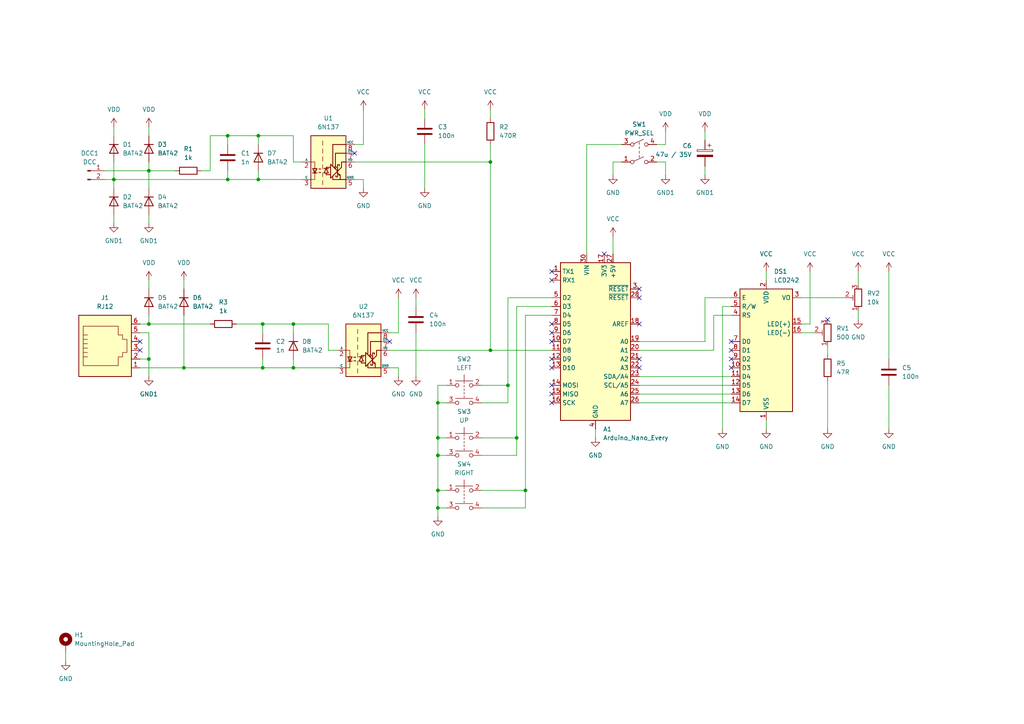
<source format=kicad_sch>
(kicad_sch (version 20231120) (generator "eeschema") (generator_version "8.0")
  (paper "A4")
  (lib_symbols
    (symbol "Connector:Conn_01x02_Pin" (pin_names (offset 1.016) hide)
      (property "Reference" "J" (at 0 2.54 0))
      (property "Value" "Conn_01x02_Pin" (at 0 -5.08 0))
      (symbol "Conn_01x02_Pin_1_1"
        (polyline (pts (xy 1.27 -2.54) (xy 0.8636 -2.54)) (stroke (width 0.1524)))
        (polyline (pts (xy 1.27 0) (xy 0.8636 0)) (stroke (width 0.1524)))
        (rectangle (start 0.8636 -2.413) (end 0 -2.667) (stroke (width 0.1524)) (fill (type outline)))
        (rectangle (start 0.8636 0.127) (end 0 -0.127) (stroke (width 0.1524)) (fill (type outline)))
        (pin passive line (at 5.08 0 180) (length 3.81) (name "Pin_1") (number "1"))
        (pin passive line (at 5.08 -2.54 180) (length 3.81) (name "Pin_2") (number "2"))
      )
    )
    (symbol "Connector:RJ12" (pin_names (offset 1.016))
      (property "Reference" "J" (at -5.08 11.43 0))
      (property "Value" "RJ12" (at 2.54 11.43 0))
      (symbol "RJ12_0_1"
        (polyline (pts (xy -6.35 -1.905) (xy -5.08 -1.905) (xy -5.08 -1.905)))
        (polyline (pts (xy -6.35 -0.635) (xy -5.08 -0.635) (xy -5.08 -0.635)))
        (polyline (pts (xy -6.35 0.635) (xy -5.08 0.635) (xy -5.08 0.635)))
        (polyline (pts (xy -6.35 1.905) (xy -5.08 1.905) (xy -5.08 1.905)))
        (polyline (pts (xy -6.35 3.175) (xy -5.08 3.175) (xy -5.08 3.175)))
        (polyline (pts (xy -5.08 4.445) (xy -6.35 4.445) (xy -6.35 4.445)))
        (polyline (pts (xy -6.35 -4.445) (xy -6.35 6.985) (xy 3.81 6.985) (xy 3.81 4.445) (xy 5.08 4.445) (xy 5.08 3.175) (xy 6.35 3.175) (xy 6.35 -0.635) (xy 5.08 -0.635) (xy 5.08 -1.905) (xy 3.81 -1.905) (xy 3.81 -4.445) (xy -6.35 -4.445) (xy -6.35 -4.445)))
        (rectangle (start 7.62 10.16) (end -7.62 -7.62) (stroke (width 0.254)) (fill (type background)))
      )
      (symbol "RJ12_1_1"
        (pin passive line (at 10.16 -5.08 180) (length 2.54) (name "~") (number "1"))
        (pin passive line (at 10.16 -2.54 180) (length 2.54) (name "~") (number "2"))
        (pin passive line (at 10.16 0 180) (length 2.54) (name "~") (number "3"))
        (pin passive line (at 10.16 2.54 180) (length 2.54) (name "~") (number "4"))
        (pin passive line (at 10.16 5.08 180) (length 2.54) (name "~") (number "5"))
        (pin passive line (at 10.16 7.62 180) (length 2.54) (name "~") (number "6"))
      )
    )
    (symbol "Device:C" (pin_numbers hide) (pin_names (offset 0.254))
      (property "Reference" "C" (at 0.635 2.54 0))
      (property "Value" "C" (at 0.635 -2.54 0))
      (symbol "C_0_1"
        (polyline (pts (xy -2.032 -0.762) (xy 2.032 -0.762)) (stroke (width 0.508)))
        (polyline (pts (xy -2.032 0.762) (xy 2.032 0.762)) (stroke (width 0.508)))
      )
      (symbol "C_1_1"
        (pin passive line (at 0 3.81 270) (length 2.794) (name "~") (number "1"))
        (pin passive line (at 0 -3.81 90) (length 2.794) (name "~") (number "2"))
      )
    )
    (symbol "Device:C_Polarized" (pin_numbers hide) (pin_names (offset 0.254))
      (property "Reference" "C" (at 0.635 2.54 0))
      (property "Value" "C_Polarized" (at 0.635 -2.54 0))
      (symbol "C_Polarized_0_1"
        (rectangle (start -2.286 0.508) (end 2.286 1.016))
        (polyline (pts (xy -1.778 2.286) (xy -0.762 2.286)))
        (polyline (pts (xy -1.27 2.794) (xy -1.27 1.778)))
        (rectangle (start 2.286 -0.508) (end -2.286 -1.016) (fill (type outline)))
      )
      (symbol "C_Polarized_1_1"
        (pin passive line (at 0 3.81 270) (length 2.794) (name "~") (number "1"))
        (pin passive line (at 0 -3.81 90) (length 2.794) (name "~") (number "2"))
      )
    )
    (symbol "Device:D" (pin_numbers hide) (pin_names (offset 1.016) hide)
      (property "Reference" "D" (at 0 2.54 0))
      (property "Value" "D" (at 0 -2.54 0))
      (symbol "D_0_1"
        (polyline (pts (xy -1.27 1.27) (xy -1.27 -1.27)) (stroke (width 0.254)))
        (polyline (pts (xy 1.27 0) (xy -1.27 0)))
        (polyline (pts (xy 1.27 1.27) (xy 1.27 -1.27) (xy -1.27 0) (xy 1.27 1.27)) (stroke (width 0.254)))
      )
      (symbol "D_1_1"
        (pin passive line (at -3.81 0 0) (length 2.54) (name "K") (number "1"))
        (pin passive line (at 3.81 0 180) (length 2.54) (name "A") (number "2"))
      )
    )
    (symbol "Device:R" (pin_numbers hide) (pin_names (offset 0))
      (property "Reference" "R" (at 2.032 0 90))
      (property "Value" "R" (at 0 0 90))
      (symbol "R_0_1"
        (rectangle (start -1.016 -2.54) (end 1.016 2.54) (stroke (width 0.254)))
      )
      (symbol "R_1_1"
        (pin passive line (at 0 3.81 270) (length 1.27) (name "~") (number "1"))
        (pin passive line (at 0 -3.81 90) (length 1.27) (name "~") (number "2"))
      )
    )
    (symbol "Device:R_Potentiometer_Trim" (pin_names (offset 1.016) hide)
      (property "Reference" "RV" (at -4.445 0 90))
      (property "Value" "R_Potentiometer_Trim" (at -2.54 0 90))
      (symbol "R_Potentiometer_Trim_0_1"
        (polyline (pts (xy 1.524 0.762) (xy 1.524 -0.762)))
        (polyline (pts (xy 2.54 0) (xy 1.524 0)))
        (rectangle (start 1.016 2.54) (end -1.016 -2.54) (stroke (width 0.254)))
      )
      (symbol "R_Potentiometer_Trim_1_1"
        (pin passive line (at 0 3.81 270) (length 1.27) (name "1") (number "1"))
        (pin passive line (at 3.81 0 180) (length 1.27) (name "2") (number "2"))
        (pin passive line (at 0 -3.81 90) (length 1.27) (name "3") (number "3"))
      )
    )
    (symbol "Display_Character:WC1602A"
      (property "Reference" "DS" (at -5.842 19.05 0))
      (property "Value" "WC1602A" (at 5.334 19.05 0))
      (symbol "WC1602A_1_1"
        (rectangle (start -7.62 17.78) (end 7.62 -17.78) (stroke (width 0.254)) (fill (type background)))
        (pin power_in line (at 0 -20.32 90) (length 2.54) (name "VSS") (number "1"))
        (pin input line (at -10.16 -5.08 0) (length 2.54) (name "D3") (number "10"))
        (pin input line (at -10.16 -7.62 0) (length 2.54) (name "D4") (number "11"))
        (pin input line (at -10.16 -10.16 0) (length 2.54) (name "D5") (number "12"))
        (pin input line (at -10.16 -12.7 0) (length 2.54) (name "D6") (number "13"))
        (pin input line (at -10.16 -15.24 0) (length 2.54) (name "D7") (number "14"))
        (pin power_in line (at 10.16 7.62 180) (length 2.54) (name "LED(+)") (number "15"))
        (pin power_in line (at 10.16 5.08 180) (length 2.54) (name "LED(-)") (number "16"))
        (pin power_in line (at 0 20.32 270) (length 2.54) (name "VDD") (number "2"))
        (pin input line (at 10.16 15.24 180) (length 2.54) (name "VO") (number "3"))
        (pin input line (at -10.16 10.16 0) (length 2.54) (name "RS") (number "4"))
        (pin input line (at -10.16 12.7 0) (length 2.54) (name "R/W") (number "5"))
        (pin input line (at -10.16 15.24 0) (length 2.54) (name "E") (number "6"))
        (pin input line (at -10.16 2.54 0) (length 2.54) (name "D0") (number "7"))
        (pin input line (at -10.16 0 0) (length 2.54) (name "D1") (number "8"))
        (pin input line (at -10.16 -2.54 0) (length 2.54) (name "D2") (number "9"))
      )
    )
    (symbol "Isolator:6N137" (pin_names (offset 0))
      (property "Reference" "U" (at -4.064 8.89 0))
      (property "Value" "6N137" (at 0 -8.89 0))
      (symbol "6N137_0_1"
        (polyline (pts (xy 2.667 -3.556) (xy 2.667 -1.651)) (stroke (width 0.254)))
        (polyline (pts (xy 2.667 -2.159) (xy 2.667 -2.921)) (stroke (width 0.254)))
        (polyline (pts (xy 3.429 -3.937) (xy 3.429 -5.08)) (stroke (width 0.254)))
        (polyline (pts (xy -0.635 -3.302) (xy -0.635 -3.683) (xy 0.635 -3.683)) (stroke (width 0.254)))
        (polyline (pts (xy -0.635 -1.905) (xy -0.635 -1.524) (xy 0.508 -1.524)) (stroke (width 0.254)))
        (polyline (pts (xy 1.27 -4.064) (xy 1.27 -5.08) (xy 5.08 -5.08)) (stroke (width 0.254)))
        (polyline (pts (xy 1.27 -1.27) (xy 1.27 5.08) (xy 5.08 5.08)) (stroke (width 0.254)))
        (polyline (pts (xy 2.032 -1.27) (xy 2.032 2.54) (xy 5.08 2.54)) (stroke (width 0.254)))
        (polyline (pts (xy -5.08 -5.08) (xy -3.937 -5.08) (xy -3.937 0) (xy -5.08 0)))
        (polyline (pts (xy 2.667 -3.302) (xy 2.667 -4.318) (xy 2.159 -4.318) (xy 2.159 -3.937)) (stroke (width 0.254)))
        (polyline (pts (xy 2.667 -2.667) (xy 0.635 -4.699) (xy 0.635 -0.635) (xy 2.667 -2.667)) (stroke (width 0.254)))
        (polyline (pts (xy 2.667 -1.778) (xy 2.667 -0.762) (xy 3.175 -0.762) (xy 3.175 -1.143)) (stroke (width 0.254)))
        (polyline (pts (xy 2.794 -2.54) (xy 3.81 -1.524) (xy 3.81 0) (xy 5.08 0)) (stroke (width 0.254)))
        (polyline (pts (xy 2.667 -3.175) (xy 3.429 -3.937) (xy 3.302 -3.556) (xy 3.048 -3.81) (xy 3.429 -3.937)) (stroke (width 0.254)))
        (circle (center 2.032 -1.524) (radius 0.254) (stroke (width 0.254)))
      )
      (symbol "6N137_1_1"
        (rectangle (start -5.08 7.62) (end 5.08 -7.62) (stroke (width 0.254)) (fill (type background)))
        (polyline (pts (xy -4.572 -3.175) (xy -3.302 -3.175)) (stroke (width 0.254)))
        (polyline (pts (xy -1.651 -5.334) (xy -1.651 -6.604)))
        (polyline (pts (xy -1.651 -3.048) (xy -1.651 -4.318)))
        (polyline (pts (xy -1.651 -0.762) (xy -1.651 -2.032)))
        (polyline (pts (xy -1.651 1.524) (xy -1.651 0.254)))
        (polyline (pts (xy -1.651 3.81) (xy -1.651 2.54)))
        (polyline (pts (xy -1.651 6.096) (xy -1.651 4.826)))
        (polyline (pts (xy -1.27 -1.905) (xy 0 -1.905)) (stroke (width 0.254)))
        (polyline (pts (xy -3.937 -3.175) (xy -4.572 -1.905) (xy -3.302 -1.905) (xy -3.937 -3.175)) (stroke (width 0.254)))
        (polyline (pts (xy -0.635 -1.905) (xy -1.27 -3.175) (xy 0 -3.175) (xy -0.635 -1.905)) (stroke (width 0.254)))
        (polyline (pts (xy -2.921 -3.048) (xy -2.159 -3.048) (xy -2.54 -3.175) (xy -2.54 -2.921) (xy -2.159 -3.048)) (stroke (width 0.127)))
        (polyline (pts (xy -2.921 -2.032) (xy -2.159 -2.032) (xy -2.54 -2.159) (xy -2.54 -1.905) (xy -2.159 -2.032)) (stroke (width 0.127)))
        (pin no_connect line (at -5.08 5.08 0) (length 2.54) hide (name "NC") (number "1"))
        (pin passive line (at -7.62 0 0) (length 2.54) (name "A") (number "2"))
        (pin passive line (at -7.62 -5.08 0) (length 2.54) (name "C") (number "3"))
        (pin power_in line (at 7.62 -5.08 180) (length 2.54) (name "GND") (number "5"))
        (pin open_collector line (at 7.62 0 180) (length 2.54) (name "VO") (number "6"))
        (pin input line (at 7.62 2.54 180) (length 2.54) (name "EN") (number "7"))
        (pin power_in line (at 7.62 5.08 180) (length 2.54) (name "VCC") (number "8"))
      )
    )
    (symbol "MCU_Module:Arduino_Nano_Every"
      (property "Reference" "A" (at -10.16 23.495 0))
      (property "Value" "Arduino_Nano_Every" (at 5.08 -24.13 0))
      (symbol "Arduino_Nano_Every_0_1"
        (rectangle (start -10.16 22.86) (end 10.16 -22.86) (stroke (width 0.254)) (fill (type background)))
      )
      (symbol "Arduino_Nano_Every_1_1"
        (pin bidirectional line (at -12.7 20.32 0) (length 2.54) (name "TX1") (number "1"))
        (pin bidirectional line (at -12.7 0 0) (length 2.54) (name "D7") (number "10"))
        (pin bidirectional line (at -12.7 -2.54 0) (length 2.54) (name "D8") (number "11"))
        (pin bidirectional line (at -12.7 -5.08 0) (length 2.54) (name "D9") (number "12"))
        (pin bidirectional line (at -12.7 -7.62 0) (length 2.54) (name "D10") (number "13"))
        (pin bidirectional line (at -12.7 -12.7 0) (length 2.54) (name "MOSI") (number "14"))
        (pin bidirectional line (at -12.7 -15.24 0) (length 2.54) (name "MISO") (number "15"))
        (pin bidirectional line (at -12.7 -17.78 0) (length 2.54) (name "SCK") (number "16"))
        (pin power_out line (at 2.54 25.4 270) (length 2.54) (name "3V3") (number "17"))
        (pin input line (at 12.7 5.08 180) (length 2.54) (name "AREF") (number "18"))
        (pin bidirectional line (at 12.7 0 180) (length 2.54) (name "A0") (number "19"))
        (pin bidirectional line (at -12.7 17.78 0) (length 2.54) (name "RX1") (number "2"))
        (pin bidirectional line (at 12.7 -2.54 180) (length 2.54) (name "A1") (number "20"))
        (pin bidirectional line (at 12.7 -5.08 180) (length 2.54) (name "A2") (number "21"))
        (pin bidirectional line (at 12.7 -7.62 180) (length 2.54) (name "A3") (number "22"))
        (pin bidirectional line (at 12.7 -10.16 180) (length 2.54) (name "SDA/A4") (number "23"))
        (pin bidirectional line (at 12.7 -12.7 180) (length 2.54) (name "SCL/A5") (number "24"))
        (pin bidirectional line (at 12.7 -15.24 180) (length 2.54) (name "A6") (number "25"))
        (pin bidirectional line (at 12.7 -17.78 180) (length 2.54) (name "A7") (number "26"))
        (pin power_out line (at 5.08 25.4 270) (length 2.54) (name "+5V") (number "27"))
        (pin input line (at 12.7 12.7 180) (length 2.54) (name "~{RESET}") (number "28"))
        (pin passive line (at 0 -25.4 90) (length 2.54) hide (name "GND") (number "29"))
        (pin input line (at 12.7 15.24 180) (length 2.54) (name "~{RESET}") (number "3"))
        (pin power_in line (at -2.54 25.4 270) (length 2.54) (name "VIN") (number "30"))
        (pin power_in line (at 0 -25.4 90) (length 2.54) (name "GND") (number "4"))
        (pin bidirectional line (at -12.7 12.7 0) (length 2.54) (name "D2") (number "5"))
        (pin bidirectional line (at -12.7 10.16 0) (length 2.54) (name "D3") (number "6"))
        (pin bidirectional line (at -12.7 7.62 0) (length 2.54) (name "D4") (number "7"))
        (pin bidirectional line (at -12.7 5.08 0) (length 2.54) (name "D5") (number "8"))
        (pin bidirectional line (at -12.7 2.54 0) (length 2.54) (name "D6") (number "9"))
      )
    )
    (symbol "Mechanical:MountingHole_Pad" (pin_numbers hide) (pin_names (offset 1.016) hide)
      (property "Reference" "H" (at 0 6.35 0))
      (property "Value" "MountingHole_Pad" (at 0 4.445 0))
      (symbol "MountingHole_Pad_0_1"
        (circle (center 0 1.27) (radius 1.27) (stroke (width 1.27)))
      )
      (symbol "MountingHole_Pad_1_1"
        (pin input line (at 0 -2.54 90) (length 2.54) (name "1") (number "1"))
      )
    )
    (symbol "Switch:SW_DPST" (pin_names (offset 0) hide)
      (property "Reference" "SW" (at 0 5.08 0))
      (property "Value" "SW_DPST" (at 0 -5.08 0))
      (symbol "SW_DPST_0_0"
        (circle (center -2.032 -2.54) (radius 0.508))
        (circle (center -2.032 2.54) (radius 0.508))
        (polyline (pts (xy -1.524 -2.286) (xy 1.27 -1.016)))
        (polyline (pts (xy -1.524 2.794) (xy 1.27 4.064)))
        (polyline (pts (xy 0 -1.27) (xy 0 -0.635)))
        (polyline (pts (xy 0 0) (xy 0 0.635)))
        (polyline (pts (xy 0 1.27) (xy 0 1.905)))
        (polyline (pts (xy 0 2.54) (xy 0 3.175)))
        (circle (center 2.032 -2.54) (radius 0.508))
        (circle (center 2.032 2.54) (radius 0.508))
      )
      (symbol "SW_DPST_1_1"
        (pin passive line (at -5.08 -2.54 0) (length 2.54) (name "1") (number "1"))
        (pin passive line (at 5.08 -2.54 180) (length 2.54) (name "2") (number "2"))
        (pin passive line (at -5.08 2.54 0) (length 2.54) (name "3") (number "3"))
        (pin passive line (at 5.08 2.54 180) (length 2.54) (name "4") (number "4"))
      )
    )
    (symbol "Switch:SW_Push_Dual" (pin_names (offset 1.016) hide)
      (property "Reference" "SW" (at 1.27 2.54 0))
      (property "Value" "SW_Push_Dual" (at 0 -6.858 0))
      (symbol "SW_Push_Dual_0_1"
        (circle (center -2.032 -5.08) (radius 0.508))
        (circle (center -2.032 0) (radius 0.508))
        (polyline (pts (xy 0 -3.048) (xy 0 -3.556)))
        (polyline (pts (xy 0 -2.032) (xy 0 -2.54)))
        (polyline (pts (xy 0 -1.524) (xy 0 -1.016)))
        (polyline (pts (xy 0 -0.508) (xy 0 0)))
        (polyline (pts (xy 0 0.508) (xy 0 1.016)))
        (polyline (pts (xy 0 1.27) (xy 0 3.048)))
        (polyline (pts (xy 2.54 -3.81) (xy -2.54 -3.81)))
        (polyline (pts (xy 2.54 1.27) (xy -2.54 1.27)))
        (circle (center 2.032 -5.08) (radius 0.508))
        (circle (center 2.032 0) (radius 0.508))
        (pin passive line (at -5.08 0 0) (length 2.54) (name "1") (number "1"))
        (pin passive line (at 5.08 0 180) (length 2.54) (name "2") (number "2"))
        (pin passive line (at -5.08 -5.08 0) (length 2.54) (name "3") (number "3"))
        (pin passive line (at 5.08 -5.08 180) (length 2.54) (name "4") (number "4"))
      )
    )
    (symbol "power:GND" (power) (pin_names (offset 0))
      (property "Value" "GND" (at 0 -3.81 0))
      (symbol "GND_0_1"
        (polyline (pts (xy 0 0) (xy 0 -1.27) (xy 1.27 -1.27) (xy 0 -2.54) (xy -1.27 -1.27) (xy 0 -1.27)))
      )
      (symbol "GND_1_1"
        (pin power_in line (at 0 0 270) (length 0) hide (name "GND") (number "1"))
      )
    )
    (symbol "power:GND1" (power) (pin_names (offset 0))
      (property "Value" "GND1" (at 0 -3.81 0))
      (symbol "GND1_0_1"
        (polyline (pts (xy 0 0) (xy 0 -1.27) (xy 1.27 -1.27) (xy 0 -2.54) (xy -1.27 -1.27) (xy 0 -1.27)))
      )
      (symbol "GND1_1_1"
        (pin power_in line (at 0 0 270) (length 0) hide (name "GND1") (number "1"))
      )
    )
    (symbol "power:VCC" (power) (pin_names (offset 0))
      (property "Value" "VCC" (at 0 3.81 0))
      (symbol "VCC_0_1"
        (polyline (pts (xy -0.762 1.27) (xy 0 2.54)))
        (polyline (pts (xy 0 0) (xy 0 2.54)))
        (polyline (pts (xy 0 2.54) (xy 0.762 1.27)))
      )
      (symbol "VCC_1_1"
        (pin power_in line (at 0 0 90) (length 0) hide (name "VCC") (number "1"))
      )
    )
    (symbol "power:VDD" (power) (pin_names (offset 0))
      (property "Value" "VDD" (at 0 3.81 0))
      (symbol "VDD_0_1"
        (polyline (pts (xy -0.762 1.27) (xy 0 2.54)))
        (polyline (pts (xy 0 0) (xy 0 2.54)))
        (polyline (pts (xy 0 2.54) (xy 0.762 1.27)))
      )
      (symbol "VDD_1_1"
        (pin power_in line (at 0 0 90) (length 0) hide (name "VDD") (number "1"))
      )
    )
  )
  (junction (at 85.09 106.68))
  (junction (at 43.18 93.98))
  (junction (at 142.24 46.99))
  (junction (at 76.2 93.98))
  (junction (at 53.34 106.68))
  (junction (at 127 142.24))
  (junction (at 127 116.84))
  (junction (at 33.02 52.07))
  (junction (at 74.93 52.07))
  (junction (at 74.93 39.37))
  (junction (at 127 147.32))
  (junction (at 127 127))
  (junction (at 43.18 49.53))
  (junction (at 142.24 101.6))
  (junction (at 66.04 52.07))
  (junction (at 127 132.08))
  (junction (at 43.18 104.14))
  (junction (at 66.04 39.37))
  (junction (at 85.09 93.98))
  (junction (at 147.32 111.76))
  (junction (at 76.2 106.68))
  (junction (at 152.4 142.24))
  (junction (at 149.86 127))
  (no_connect (at 212.09 101.6))
  (no_connect (at 240.03 92.71))
  (no_connect (at 160.02 116.84))
  (no_connect (at 212.09 104.14))
  (no_connect (at 160.02 78.74))
  (no_connect (at 160.02 104.14))
  (no_connect (at 160.02 114.3))
  (no_connect (at 40.64 99.06))
  (no_connect (at 185.42 93.98))
  (no_connect (at 185.42 86.36))
  (no_connect (at 160.02 99.06))
  (no_connect (at 160.02 93.98))
  (no_connect (at 185.42 104.14))
  (no_connect (at 160.02 81.28))
  (no_connect (at 185.42 83.82))
  (no_connect (at 40.64 101.6))
  (no_connect (at 185.42 106.68))
  (no_connect (at 160.02 111.76))
  (no_connect (at 212.09 99.06))
  (no_connect (at 160.02 106.68))
  (no_connect (at 160.02 96.52))
  (no_connect (at 212.09 106.68))
  (no_connect (at 102.87 44.45))
  (no_connect (at 113.03 99.06))
  (no_connect (at 175.26 73.66))
  (wire (pts (xy 139.7 116.84) (xy 147.32 116.84)))
  (wire (pts (xy 129.54 111.76) (xy 127 111.76)))
  (wire (pts (xy 85.09 39.37) (xy 85.09 46.99)))
  (wire (pts (xy 33.02 46.99) (xy 33.02 52.07)))
  (wire (pts (xy 85.09 96.52) (xy 85.09 93.98)))
  (wire (pts (xy 149.86 88.9) (xy 149.86 127)))
  (wire (pts (xy 142.24 101.6) (xy 160.02 101.6)))
  (wire (pts (xy 76.2 106.68) (xy 85.09 106.68)))
  (wire (pts (xy 74.93 52.07) (xy 74.93 49.53)))
  (wire (pts (xy 170.18 41.91) (xy 170.18 73.66)))
  (wire (pts (xy 147.32 111.76) (xy 139.7 111.76)))
  (wire (pts (xy 160.02 91.44) (xy 152.4 91.44)))
  (wire (pts (xy 95.25 101.6) (xy 97.79 101.6)))
  (wire (pts (xy 85.09 46.99) (xy 87.63 46.99)))
  (wire (pts (xy 123.19 31.75) (xy 123.19 34.29)))
  (wire (pts (xy 127 142.24) (xy 127 147.32)))
  (wire (pts (xy 185.42 114.3) (xy 212.09 114.3)))
  (wire (pts (xy 76.2 93.98) (xy 85.09 93.98)))
  (wire (pts (xy 43.18 104.14) (xy 43.18 109.22)))
  (wire (pts (xy 193.04 38.1) (xy 193.04 41.91)))
  (wire (pts (xy 66.04 41.91) (xy 66.04 39.37)))
  (wire (pts (xy 212.09 86.36) (xy 204.47 86.36)))
  (wire (pts (xy 204.47 48.26) (xy 204.47 50.8)))
  (wire (pts (xy 209.55 88.9) (xy 212.09 88.9)))
  (wire (pts (xy 43.18 36.83) (xy 43.18 39.37)))
  (wire (pts (xy 43.18 49.53) (xy 43.18 54.61)))
  (wire (pts (xy 43.18 104.14) (xy 40.64 104.14)))
  (wire (pts (xy 177.8 46.99) (xy 177.8 50.8)))
  (wire (pts (xy 30.48 52.07) (xy 33.02 52.07)))
  (wire (pts (xy 185.42 116.84) (xy 212.09 116.84)))
  (wire (pts (xy 33.02 52.07) (xy 66.04 52.07)))
  (wire (pts (xy 33.02 52.07) (xy 33.02 54.61)))
  (wire (pts (xy 43.18 96.52) (xy 43.18 104.14)))
  (wire (pts (xy 43.18 62.23) (xy 43.18 64.77)))
  (wire (pts (xy 123.19 41.91) (xy 123.19 54.61)))
  (wire (pts (xy 102.87 52.07) (xy 105.41 52.07)))
  (wire (pts (xy 120.65 86.36) (xy 120.65 88.9)))
  (wire (pts (xy 139.7 132.08) (xy 149.86 132.08)))
  (wire (pts (xy 40.64 106.68) (xy 53.34 106.68)))
  (wire (pts (xy 115.57 106.68) (xy 115.57 109.22)))
  (wire (pts (xy 207.01 91.44) (xy 207.01 101.6)))
  (wire (pts (xy 240.03 110.49) (xy 240.03 124.46)))
  (wire (pts (xy 105.41 31.75) (xy 105.41 41.91)))
  (wire (pts (xy 113.03 106.68) (xy 115.57 106.68)))
  (wire (pts (xy 142.24 46.99) (xy 142.24 101.6)))
  (wire (pts (xy 76.2 96.52) (xy 76.2 93.98)))
  (wire (pts (xy 53.34 106.68) (xy 53.34 91.44)))
  (wire (pts (xy 40.64 96.52) (xy 43.18 96.52)))
  (wire (pts (xy 185.42 109.22) (xy 212.09 109.22)))
  (wire (pts (xy 212.09 91.44) (xy 207.01 91.44)))
  (wire (pts (xy 129.54 142.24) (xy 127 142.24)))
  (wire (pts (xy 113.03 101.6) (xy 142.24 101.6)))
  (wire (pts (xy 85.09 106.68) (xy 97.79 106.68)))
  (wire (pts (xy 160.02 86.36) (xy 147.32 86.36)))
  (wire (pts (xy 129.54 147.32) (xy 127 147.32)))
  (wire (pts (xy 147.32 116.84) (xy 147.32 111.76)))
  (wire (pts (xy 234.95 78.74) (xy 234.95 93.98)))
  (wire (pts (xy 66.04 49.53) (xy 66.04 52.07)))
  (wire (pts (xy 127 127) (xy 127 132.08)))
  (wire (pts (xy 53.34 106.68) (xy 76.2 106.68)))
  (wire (pts (xy 43.18 49.53) (xy 43.18 46.99)))
  (wire (pts (xy 60.96 49.53) (xy 60.96 39.37)))
  (wire (pts (xy 74.93 41.91) (xy 74.93 39.37)))
  (wire (pts (xy 152.4 142.24) (xy 139.7 142.24)))
  (wire (pts (xy 147.32 86.36) (xy 147.32 111.76)))
  (wire (pts (xy 185.42 111.76) (xy 212.09 111.76)))
  (wire (pts (xy 152.4 147.32) (xy 152.4 142.24)))
  (wire (pts (xy 76.2 104.14) (xy 76.2 106.68)))
  (wire (pts (xy 53.34 81.28) (xy 53.34 83.82)))
  (wire (pts (xy 139.7 147.32) (xy 152.4 147.32)))
  (wire (pts (xy 209.55 124.46) (xy 209.55 88.9)))
  (wire (pts (xy 257.81 111.76) (xy 257.81 124.46)))
  (wire (pts (xy 234.95 93.98) (xy 232.41 93.98)))
  (wire (pts (xy 127 147.32) (xy 127 149.86)))
  (wire (pts (xy 127 111.76) (xy 127 116.84)))
  (wire (pts (xy 172.72 124.46) (xy 172.72 127)))
  (wire (pts (xy 232.41 86.36) (xy 245.11 86.36)))
  (wire (pts (xy 204.47 99.06) (xy 185.42 99.06)))
  (wire (pts (xy 43.18 93.98) (xy 60.96 93.98)))
  (wire (pts (xy 33.02 62.23) (xy 33.02 64.77)))
  (wire (pts (xy 19.05 189.23) (xy 19.05 191.77)))
  (wire (pts (xy 129.54 116.84) (xy 127 116.84)))
  (wire (pts (xy 74.93 39.37) (xy 85.09 39.37)))
  (wire (pts (xy 193.04 46.99) (xy 190.5 46.99)))
  (wire (pts (xy 142.24 31.75) (xy 142.24 34.29)))
  (wire (pts (xy 152.4 91.44) (xy 152.4 142.24)))
  (wire (pts (xy 142.24 41.91) (xy 142.24 46.99)))
  (wire (pts (xy 40.64 93.98) (xy 43.18 93.98)))
  (wire (pts (xy 207.01 101.6) (xy 185.42 101.6)))
  (wire (pts (xy 105.41 41.91) (xy 102.87 41.91)))
  (wire (pts (xy 129.54 127) (xy 127 127)))
  (wire (pts (xy 193.04 41.91) (xy 190.5 41.91)))
  (wire (pts (xy 248.92 90.17) (xy 248.92 92.71)))
  (wire (pts (xy 222.25 121.92) (xy 222.25 124.46)))
  (wire (pts (xy 66.04 52.07) (xy 74.93 52.07)))
  (wire (pts (xy 43.18 81.28) (xy 43.18 83.82)))
  (wire (pts (xy 60.96 39.37) (xy 66.04 39.37)))
  (wire (pts (xy 149.86 127) (xy 139.7 127)))
  (wire (pts (xy 257.81 78.74) (xy 257.81 104.14)))
  (wire (pts (xy 160.02 88.9) (xy 149.86 88.9)))
  (wire (pts (xy 149.86 132.08) (xy 149.86 127)))
  (wire (pts (xy 43.18 49.53) (xy 50.8 49.53)))
  (wire (pts (xy 240.03 100.33) (xy 240.03 102.87)))
  (wire (pts (xy 127 116.84) (xy 127 127)))
  (wire (pts (xy 180.34 46.99) (xy 177.8 46.99)))
  (wire (pts (xy 129.54 132.08) (xy 127 132.08)))
  (wire (pts (xy 33.02 36.83) (xy 33.02 39.37)))
  (wire (pts (xy 248.92 78.74) (xy 248.92 82.55)))
  (wire (pts (xy 204.47 86.36) (xy 204.47 99.06)))
  (wire (pts (xy 85.09 106.68) (xy 85.09 104.14)))
  (wire (pts (xy 193.04 50.8) (xy 193.04 46.99)))
  (wire (pts (xy 180.34 41.91) (xy 170.18 41.91)))
  (wire (pts (xy 177.8 68.58) (xy 177.8 73.66)))
  (wire (pts (xy 115.57 86.36) (xy 115.57 96.52)))
  (wire (pts (xy 204.47 38.1) (xy 204.47 40.64)))
  (wire (pts (xy 30.48 49.53) (xy 43.18 49.53)))
  (wire (pts (xy 68.58 93.98) (xy 76.2 93.98)))
  (wire (pts (xy 43.18 91.44) (xy 43.18 93.98)))
  (wire (pts (xy 120.65 96.52) (xy 120.65 109.22)))
  (wire (pts (xy 127 132.08) (xy 127 142.24)))
  (wire (pts (xy 85.09 93.98) (xy 95.25 93.98)))
  (wire (pts (xy 95.25 93.98) (xy 95.25 101.6)))
  (wire (pts (xy 105.41 52.07) (xy 105.41 54.61)))
  (wire (pts (xy 115.57 96.52) (xy 113.03 96.52)))
  (wire (pts (xy 232.41 96.52) (xy 236.22 96.52)))
  (wire (pts (xy 74.93 52.07) (xy 87.63 52.07)))
  (wire (pts (xy 58.42 49.53) (xy 60.96 49.53)))
  (wire (pts (xy 222.25 78.74) (xy 222.25 81.28)))
  (wire (pts (xy 66.04 39.37) (xy 74.93 39.37)))
  (wire (pts (xy 102.87 46.99) (xy 142.24 46.99)))
  (symbol (lib_id "Device:R_Potentiometer_Trim") (at 248.92 86.36 180) (unit 1)
    (property "Reference" "RV2" (at 251.46 85.0899 0) (effects (justify right)))
    (property "Value" "10k" (at 251.46 87.6299 0) (effects (justify right)))
    (property "Footprint" "Potentiometer_THT:Potentiometer_Piher_PT-6-V_Vertical" (effects (hide yes)))
    (property "Description" "Trim-potentiometer" (effects (hide yes)))
  )
  (symbol (lib_id "Device:C") (at 76.2 100.33 0) (unit 1)
    (property "Reference" "C2" (at 80.01 99.0599 0) (effects (justify left)))
    (property "Value" "1n" (at 80.01 101.5999 0) (effects (justify left)))
    (property "Footprint" "Capacitor_SMD:C_0805_2012Metric_Pad1.18x1.45mm_HandSolder" (effects (hide yes)))
    (property "Description" "Unpolarized capacitor" (effects (hide yes)))
  )
  (symbol (lib_id "Isolator:6N137") (at 95.25 46.99 0) (unit 1)
    (property "Reference" "U1" (at 95.25 34.29 0))
    (property "Value" "6N137" (at 95.25 36.83 0))
    (property "Footprint" "Package_DIP:DIP-8_W7.62mm" (effects (hide yes)))
    (property "Datasheet" "https://docs.broadcom.com/docs/AV02-0940EN" (effects (hide yes)))
    (property "Description" "Single High Speed LSTTL/TTL Compatible Optocoupler with enable, dV/dt 1000/us, VCM 10, max 7V VCC, DIP-8" (effects (hide yes)))
  )
  (symbol (lib_id "Isolator:6N137") (at 105.41 101.6 0) (unit 1)
    (property "Reference" "U2" (at 105.41 88.9 0))
    (property "Value" "6N137" (at 105.41 91.44 0))
    (property "Footprint" "Package_DIP:DIP-8_W7.62mm" (effects (hide yes)))
    (property "Datasheet" "https://docs.broadcom.com/docs/AV02-0940EN" (effects (hide yes)))
    (property "Description" "Single High Speed LSTTL/TTL Compatible Optocoupler with enable, dV/dt 1000/us, VCM 10, max 7V VCC, DIP-8" (effects (hide yes)))
  )
  (symbol (lib_id "Connector:Conn_01x02_Pin") (at 25.4 49.53 0) (unit 1)
    (property "Reference" "DCC1" (at 26.035 44.45 0))
    (property "Value" "DCC" (at 26.035 46.99 0))
    (property "Footprint" "Connector_PinHeader_2.54mm:PinHeader_1x02_P2.54mm_Vertical" (effects (hide yes)))
    (property "Description" "Generic connector, single row, 01x02, script generated" (effects (hide yes)))
  )
  (symbol (lib_id "Device:D") (at 43.18 43.18 270) (unit 1)
    (property "Reference" "D3" (at 45.72 41.9099 90) (effects (justify left)))
    (property "Value" "BAT42" (at 45.72 44.4499 90) (effects (justify left)))
    (property "Footprint" "Diode_SMD:D_MiniMELF_Handsoldering" (effects (hide yes)))
    (property "Description" "Diode" (effects (hide yes)))
    (property "Sim.Device" "D" (effects (hide yes)))
    (property "Sim.Pins" "1=K 2=A" (effects (hide yes)))
  )
  (symbol (lib_id "power:VCC") (at 105.41 31.75 0) (unit 1)
    (property "Reference" "#PWR016" (effects (hide yes)))
    (property "Value" "VCC" (at 105.41 26.67 0))
    (property "Description" "Power symbol creates a global label with name \"VCC\"" (effects (hide yes)))
  )
  (symbol (lib_id "Device:C") (at 123.19 38.1 0) (unit 1)
    (property "Reference" "C3" (at 127 36.8299 0) (effects (justify left)))
    (property "Value" "100n" (at 127 39.3699 0) (effects (justify left)))
    (property "Footprint" "Capacitor_SMD:C_1206_3216Metric_Pad1.33x1.80mm_HandSolder" (effects (hide yes)))
    (property "Description" "Unpolarized capacitor" (effects (hide yes)))
  )
  (symbol (lib_id "Device:C") (at 257.81 107.95 0) (unit 1)
    (property "Reference" "C5" (at 261.62 106.6799 0) (effects (justify left)))
    (property "Value" "100n" (at 261.62 109.2199 0) (effects (justify left)))
    (property "Footprint" "Capacitor_SMD:C_1206_3216Metric_Pad1.33x1.80mm_HandSolder" (effects (hide yes)))
    (property "Description" "Unpolarized capacitor" (effects (hide yes)))
  )
  (symbol (lib_id "Device:C_Polarized") (at 204.47 44.45 0) (mirror y) (unit 1)
    (property "Reference" "C6" (at 200.66 42.2909 0) (effects (justify left)))
    (property "Value" "47u / 35V" (at 200.66 44.8309 0) (effects (justify left)))
    (property "Footprint" "Capacitor_SMD:CP_Elec_6.3x5.8" (effects (hide yes)))
    (property "Description" "Polarized capacitor" (effects (hide yes)))
  )
  (symbol (lib_id "power:GND1") (at 33.02 64.77 0) (unit 1)
    (property "Reference" "#PWR02" (effects (hide yes)))
    (property "Value" "GND1" (at 33.02 69.85 0))
    (property "Description" "Power symbol creates a global label with name \"GND1\" , ground" (effects (hide yes)))
  )
  (symbol (lib_id "Device:R") (at 240.03 106.68 180) (unit 1)
    (property "Reference" "R5" (at 242.57 105.4099 0) (effects (justify right)))
    (property "Value" "47R" (at 242.57 107.9499 0) (effects (justify right)))
    (property "Footprint" "Resistor_SMD:R_0805_2012Metric_Pad1.20x1.40mm_HandSolder" (effects (hide yes)))
    (property "Description" "Resistor" (effects (hide yes)))
  )
  (symbol (lib_id "power:VDD") (at 33.02 36.83 0) (unit 1)
    (property "Reference" "#PWR03" (effects (hide yes)))
    (property "Value" "VDD" (at 33.02 31.75 0))
    (property "Description" "Power symbol creates a global label with name \"VDD\"" (effects (hide yes)))
  )
  (symbol (lib_id "power:VCC") (at 257.81 78.74 0) (unit 1)
    (property "Reference" "#PWR030" (effects (hide yes)))
    (property "Value" "VCC" (at 257.81 73.66 0))
    (property "Description" "Power symbol creates a global label with name \"VCC\"" (effects (hide yes)))
  )
  (symbol (lib_id "Device:D") (at 53.34 87.63 270) (unit 1)
    (property "Reference" "D6" (at 55.88 86.3599 90) (effects (justify left)))
    (property "Value" "BAT42" (at 55.88 88.8999 90) (effects (justify left)))
    (property "Footprint" "Diode_SMD:D_MiniMELF_Handsoldering" (effects (hide yes)))
    (property "Description" "Diode" (effects (hide yes)))
    (property "Sim.Device" "D" (effects (hide yes)))
    (property "Sim.Pins" "1=K 2=A" (effects (hide yes)))
  )
  (symbol (lib_id "power:VCC") (at 177.8 68.58 0) (unit 1)
    (property "Reference" "#PWR013" (effects (hide yes)))
    (property "Value" "VCC" (at 177.8 63.5 0))
    (property "Description" "Power symbol creates a global label with name \"VCC\"" (effects (hide yes)))
  )
  (symbol (lib_id "Switch:SW_Push_Dual") (at 134.62 127 0) (unit 1)
    (property "Reference" "SW3" (at 134.62 119.38 0))
    (property "Value" "UP" (at 134.62 121.92 0))
    (property "Footprint" "Button_Switch_THT:Push_E-Switch_KS01Q01" (effects (hide yes)))
    (property "Description" "Push button switch, generic, symbol, four pins" (effects (hide yes)))
  )
  (symbol (lib_id "power:GND") (at 222.25 124.46 0) (unit 1)
    (property "Reference" "#PWR09" (effects (hide yes)))
    (property "Value" "GND" (at 222.25 129.54 0))
    (property "Description" "Power symbol creates a global label with name \"GND\" , ground" (effects (hide yes)))
  )
  (symbol (lib_id "power:GND1") (at 193.04 50.8 0) (mirror y) (unit 1)
    (property "Reference" "#PWR07" (effects (hide yes)))
    (property "Value" "GND1" (at 193.04 55.88 0))
    (property "Description" "Power symbol creates a global label with name \"GND1\" , ground" (effects (hide yes)))
  )
  (symbol (lib_id "Display_Character:WC1602A") (at 222.25 101.6 0) (unit 1)
    (property "Reference" "DS1" (at 224.4441 78.74 0) (effects (justify left)))
    (property "Value" "LCD242" (at 224.4441 81.28 0) (effects (justify left)))
    (property "Footprint" "LCD242:LCD242" (effects (hide yes)))
    (property "Description" "LCD 24x2 Alphanumeric , 8 bit parallel bus, 5V VDD" (effects (hide yes)))
  )
  (symbol (lib_id "Device:D") (at 33.02 58.42 270) (unit 1)
    (property "Reference" "D2" (at 35.56 57.1499 90) (effects (justify left)))
    (property "Value" "BAT42" (at 35.56 59.6899 90) (effects (justify left)))
    (property "Footprint" "Diode_SMD:D_MiniMELF_Handsoldering" (effects (hide yes)))
    (property "Description" "Diode" (effects (hide yes)))
    (property "Sim.Device" "D" (effects (hide yes)))
    (property "Sim.Pins" "1=K 2=A" (effects (hide yes)))
  )
  (symbol (lib_id "Device:D") (at 43.18 87.63 270) (unit 1)
    (property "Reference" "D5" (at 45.72 86.3599 90) (effects (justify left)))
    (property "Value" "BAT42" (at 45.72 88.8999 90) (effects (justify left)))
    (property "Footprint" "Diode_SMD:D_MiniMELF_Handsoldering" (effects (hide yes)))
    (property "Description" "Diode" (effects (hide yes)))
    (property "Sim.Device" "D" (effects (hide yes)))
    (property "Sim.Pins" "1=K 2=A" (effects (hide yes)))
  )
  (symbol (lib_id "power:GND1") (at 43.18 109.22 0) (unit 1)
    (property "Reference" "#PWR06" (effects (hide yes)))
    (property "Value" "GND1" (at 43.18 114.3 0))
    (property "Description" "Power symbol creates a global label with name \"GND1\" , ground" (effects (hide yes)))
  )
  (symbol (lib_id "power:GND") (at 105.41 54.61 0) (unit 1)
    (property "Reference" "#PWR012" (effects (hide yes)))
    (property "Value" "GND" (at 105.41 59.69 0))
    (property "Description" "Power symbol creates a global label with name \"GND\" , ground" (effects (hide yes)))
  )
  (symbol (lib_id "power:VDD") (at 193.04 38.1 0) (mirror y) (unit 1)
    (property "Reference" "#PWR011" (effects (hide yes)))
    (property "Value" "VDD" (at 193.04 33.02 0))
    (property "Description" "Power symbol creates a global label with name \"VDD\"" (effects (hide yes)))
  )
  (symbol (lib_id "power:GND") (at 115.57 109.22 0) (unit 1)
    (property "Reference" "#PWR018" (effects (hide yes)))
    (property "Value" "GND" (at 115.57 114.3 0))
    (property "Description" "Power symbol creates a global label with name \"GND\" , ground" (effects (hide yes)))
  )
  (symbol (lib_id "Connector:RJ12") (at 30.48 101.6 0) (unit 1)
    (property "Reference" "J1" (at 30.48 86.36 0))
    (property "Value" "RJ12" (at 30.48 88.9 0))
    (property "Footprint" "Connector_RJ:RJ12_Amphenol_54601-x06_Horizontal" (effects (hide yes)))
    (property "Description" "RJ connector, 6P6C (6 positions 6 connected)" (effects (hide yes)))
  )
  (symbol (lib_id "Device:C") (at 120.65 92.71 0) (unit 1)
    (property "Reference" "C4" (at 124.46 91.4399 0) (effects (justify left)))
    (property "Value" "100n" (at 124.46 93.9799 0) (effects (justify left)))
    (property "Footprint" "Capacitor_SMD:C_1206_3216Metric_Pad1.33x1.80mm_HandSolder" (effects (hide yes)))
    (property "Description" "Unpolarized capacitor" (effects (hide yes)))
  )
  (symbol (lib_id "Device:D") (at 33.02 43.18 270) (unit 1)
    (property "Reference" "D1" (at 35.56 41.9099 90) (effects (justify left)))
    (property "Value" "BAT42" (at 35.56 44.4499 90) (effects (justify left)))
    (property "Footprint" "Diode_SMD:D_MiniMELF_Handsoldering" (effects (hide yes)))
    (property "Description" "Diode" (effects (hide yes)))
    (property "Sim.Device" "D" (effects (hide yes)))
    (property "Sim.Pins" "1=K 2=A" (effects (hide yes)))
  )
  (symbol (lib_id "power:VDD") (at 204.47 38.1 0) (mirror y) (unit 1)
    (property "Reference" "#PWR034" (effects (hide yes)))
    (property "Value" "VDD" (at 204.47 33.02 0))
    (property "Description" "Power symbol creates a global label with name \"VDD\"" (effects (hide yes)))
  )
  (symbol (lib_id "power:GND") (at 120.65 109.22 0) (unit 1)
    (property "Reference" "#PWR029" (effects (hide yes)))
    (property "Value" "GND" (at 120.65 114.3 0))
    (property "Description" "Power symbol creates a global label with name \"GND\" , ground" (effects (hide yes)))
  )
  (symbol (lib_id "Device:R") (at 54.61 49.53 90) (unit 1)
    (property "Reference" "R1" (at 54.61 43.18 90))
    (property "Value" "1k" (at 54.61 45.72 90))
    (property "Footprint" "Resistor_SMD:R_1206_3216Metric_Pad1.30x1.75mm_HandSolder" (effects (hide yes)))
    (property "Description" "Resistor" (effects (hide yes)))
  )
  (symbol (lib_id "Device:D") (at 43.18 58.42 270) (unit 1)
    (property "Reference" "D4" (at 45.72 57.1499 90) (effects (justify left)))
    (property "Value" "BAT42" (at 45.72 59.6899 90) (effects (justify left)))
    (property "Footprint" "Diode_SMD:D_MiniMELF_Handsoldering" (effects (hide yes)))
    (property "Description" "Diode" (effects (hide yes)))
    (property "Sim.Device" "D" (effects (hide yes)))
    (property "Sim.Pins" "1=K 2=A" (effects (hide yes)))
  )
  (symbol (lib_id "power:GND") (at 257.81 124.46 0) (unit 1)
    (property "Reference" "#PWR031" (effects (hide yes)))
    (property "Value" "GND" (at 257.81 129.54 0))
    (property "Description" "Power symbol creates a global label with name \"GND\" , ground" (effects (hide yes)))
  )
  (symbol (lib_id "Device:D") (at 74.93 45.72 270) (unit 1)
    (property "Reference" "D7" (at 77.47 44.4499 90) (effects (justify left)))
    (property "Value" "BAT42" (at 77.47 46.9899 90) (effects (justify left)))
    (property "Footprint" "Diode_SMD:D_MiniMELF_Handsoldering" (effects (hide yes)))
    (property "Description" "Diode" (effects (hide yes)))
    (property "Sim.Device" "D" (effects (hide yes)))
    (property "Sim.Pins" "1=K 2=A" (effects (hide yes)))
  )
  (symbol (lib_id "power:VCC") (at 248.92 78.74 0) (unit 1)
    (property "Reference" "#PWR023" (effects (hide yes)))
    (property "Value" "VCC" (at 248.92 73.66 0))
    (property "Description" "Power symbol creates a global label with name \"VCC\"" (effects (hide yes)))
  )
  (symbol (lib_id "power:GND") (at 127 149.86 0) (unit 1)
    (property "Reference" "#PWR033" (effects (hide yes)))
    (property "Value" "GND" (at 127 154.94 0))
    (property "Description" "Power symbol creates a global label with name \"GND\" , ground" (effects (hide yes)))
  )
  (symbol (lib_id "power:VDD") (at 43.18 81.28 0) (unit 1)
    (property "Reference" "#PWR020" (effects (hide yes)))
    (property "Value" "VDD" (at 43.18 76.2 0))
    (property "Description" "Power symbol creates a global label with name \"VDD\"" (effects (hide yes)))
  )
  (symbol (lib_id "power:GND") (at 240.03 124.46 0) (unit 1)
    (property "Reference" "#PWR025" (effects (hide yes)))
    (property "Value" "GND" (at 240.03 129.54 0))
    (property "Description" "Power symbol creates a global label with name \"GND\" , ground" (effects (hide yes)))
  )
  (symbol (lib_id "Switch:SW_Push_Dual") (at 134.62 142.24 0) (unit 1)
    (property "Reference" "SW4" (at 134.62 134.62 0))
    (property "Value" "RIGHT" (at 134.62 137.16 0))
    (property "Footprint" "Button_Switch_THT:Push_E-Switch_KS01Q01" (effects (hide yes)))
    (property "Description" "Push button switch, generic, symbol, four pins" (effects (hide yes)))
  )
  (symbol (lib_id "power:VDD") (at 53.34 81.28 0) (unit 1)
    (property "Reference" "#PWR05" (effects (hide yes)))
    (property "Value" "VDD" (at 53.34 76.2 0))
    (property "Description" "Power symbol creates a global label with name \"VDD\"" (effects (hide yes)))
  )
  (symbol (lib_id "power:VCC") (at 142.24 31.75 0) (unit 1)
    (property "Reference" "#PWR015" (effects (hide yes)))
    (property "Value" "VCC" (at 142.24 26.67 0))
    (property "Description" "Power symbol creates a global label with name \"VCC\"" (effects (hide yes)))
  )
  (symbol (lib_id "power:VCC") (at 123.19 31.75 0) (unit 1)
    (property "Reference" "#PWR026" (effects (hide yes)))
    (property "Value" "VCC" (at 123.19 26.67 0))
    (property "Description" "Power symbol creates a global label with name \"VCC\"" (effects (hide yes)))
  )
  (symbol (lib_id "Mechanical:MountingHole_Pad") (at 19.05 186.69 0) (unit 1)
    (property "Reference" "H1" (at 21.59 184.1499 0) (effects (justify left)))
    (property "Value" "MountingHole_Pad" (at 21.59 186.6899 0) (effects (justify left)))
    (property "Footprint" "MountingHole:MountingHole_3.2mm_M3_Pad" (effects (hide yes)))
    (property "Description" "Mounting Hole with connection" (effects (hide yes)))
  )
  (symbol (lib_id "Device:R_Potentiometer_Trim") (at 240.03 96.52 180) (unit 1)
    (property "Reference" "RV1" (at 242.57 95.2499 0) (effects (justify right)))
    (property "Value" "500" (at 242.57 97.7899 0) (effects (justify right)))
    (property "Footprint" "Potentiometer_THT:Potentiometer_Piher_PT-6-V_Vertical" (effects (hide yes)))
    (property "Description" "Trim-potentiometer" (effects (hide yes)))
  )
  (symbol (lib_id "Device:C") (at 66.04 45.72 0) (unit 1)
    (property "Reference" "C1" (at 69.85 44.4499 0) (effects (justify left)))
    (property "Value" "1n" (at 69.85 46.9899 0) (effects (justify left)))
    (property "Footprint" "Capacitor_SMD:C_0805_2012Metric_Pad1.18x1.45mm_HandSolder" (effects (hide yes)))
    (property "Description" "Unpolarized capacitor" (effects (hide yes)))
  )
  (symbol (lib_id "power:GND1") (at 43.18 64.77 0) (unit 1)
    (property "Reference" "#PWR01" (effects (hide yes)))
    (property "Value" "GND1" (at 43.18 69.85 0))
    (property "Description" "Power symbol creates a global label with name \"GND1\" , ground" (effects (hide yes)))
  )
  (symbol (lib_id "Switch:SW_Push_Dual") (at 134.62 111.76 0) (unit 1)
    (property "Reference" "SW2" (at 134.62 104.14 0))
    (property "Value" "LEFT" (at 134.62 106.68 0))
    (property "Footprint" "Button_Switch_THT:Push_E-Switch_KS01Q01" (effects (hide yes)))
    (property "Description" "Push button switch, generic, symbol, four pins" (effects (hide yes)))
  )
  (symbol (lib_id "power:VCC") (at 120.65 86.36 0) (unit 1)
    (property "Reference" "#PWR028" (effects (hide yes)))
    (property "Value" "VCC" (at 120.65 81.28 0))
    (property "Description" "Power symbol creates a global label with name \"VCC\"" (effects (hide yes)))
  )
  (symbol (lib_id "power:GND") (at 248.92 92.71 0) (unit 1)
    (property "Reference" "#PWR024" (effects (hide yes)))
    (property "Value" "GND" (at 248.92 97.79 0))
    (property "Description" "Power symbol creates a global label with name \"GND\" , ground" (effects (hide yes)))
  )
  (symbol (lib_id "Device:D") (at 85.09 100.33 270) (unit 1)
    (property "Reference" "D8" (at 87.63 99.0599 90) (effects (justify left)))
    (property "Value" "BAT42" (at 87.63 101.5999 90) (effects (justify left)))
    (property "Footprint" "Diode_SMD:D_MiniMELF_Handsoldering" (effects (hide yes)))
    (property "Description" "Diode" (effects (hide yes)))
    (property "Sim.Device" "D" (effects (hide yes)))
    (property "Sim.Pins" "1=K 2=A" (effects (hide yes)))
  )
  (symbol (lib_id "MCU_Module:Arduino_Nano_Every") (at 172.72 99.06 0) (unit 1)
    (property "Reference" "A1" (at 174.9141 124.46 0) (effects (justify left)))
    (property "Value" "Arduino_Nano_Every" (at 174.9141 127 0) (effects (justify left)))
    (property "Footprint" "Module:Arduino_Nano" (effects (hide yes)))
    (property "Datasheet" "https://content.arduino.cc/assets/NANOEveryV3.0_sch.pdf" (effects (hide yes)))
    (property "Description" "Arduino Nano Every" (effects (hide yes)))
  )
  (symbol (lib_id "power:GND") (at 19.05 191.77 0) (unit 1)
    (property "Reference" "#PWR014" (effects (hide yes)))
    (property "Value" "GND" (at 19.05 196.85 0))
    (property "Description" "Power symbol creates a global label with name \"GND\" , ground" (effects (hide yes)))
  )
  (symbol (lib_id "power:GND") (at 177.8 50.8 0) (mirror y) (unit 1)
    (property "Reference" "#PWR010" (effects (hide yes)))
    (property "Value" "GND" (at 177.8 55.88 0))
    (property "Description" "Power symbol creates a global label with name \"GND\" , ground" (effects (hide yes)))
  )
  (symbol (lib_id "power:GND") (at 209.55 124.46 0) (unit 1)
    (property "Reference" "#PWR032" (effects (hide yes)))
    (property "Value" "GND" (at 209.55 129.54 0))
    (property "Description" "Power symbol creates a global label with name \"GND\" , ground" (effects (hide yes)))
  )
  (symbol (lib_id "power:GND1") (at 204.47 50.8 0) (mirror y) (unit 1)
    (property "Reference" "#PWR035" (effects (hide yes)))
    (property "Value" "GND1" (at 204.47 55.88 0))
    (property "Description" "Power symbol creates a global label with name \"GND1\" , ground" (effects (hide yes)))
  )
  (symbol (lib_id "Device:R") (at 64.77 93.98 90) (unit 1)
    (property "Reference" "R3" (at 64.77 87.63 90))
    (property "Value" "1k" (at 64.77 90.17 90))
    (property "Footprint" "Resistor_SMD:R_1206_3216Metric_Pad1.30x1.75mm_HandSolder" (effects (hide yes)))
    (property "Description" "Resistor" (effects (hide yes)))
  )
  (symbol (lib_id "power:VCC") (at 222.25 78.74 0) (unit 1)
    (property "Reference" "#PWR021" (effects (hide yes)))
    (property "Value" "VCC" (at 222.25 73.66 0))
    (property "Description" "Power symbol creates a global label with name \"VCC\"" (effects (hide yes)))
  )
  (symbol (lib_id "Device:R") (at 142.24 38.1 180) (unit 1)
    (property "Reference" "R2" (at 144.78 36.8299 0) (effects (justify right)))
    (property "Value" "470R" (at 144.78 39.3699 0) (effects (justify right)))
    (property "Footprint" "Resistor_SMD:R_1206_3216Metric_Pad1.30x1.75mm_HandSolder" (effects (hide yes)))
    (property "Description" "Resistor" (effects (hide yes)))
  )
  (symbol (lib_id "Switch:SW_DPST") (at 185.42 44.45 0) (unit 1)
    (property "Reference" "SW1" (at 185.42 36.068 0))
    (property "Value" "PWR_SEL" (at 185.42 38.608 0))
    (property "Footprint" "Connector_PinHeader_2.54mm:PinHeader_2x02_P2.54mm_Vertical" (effects (hide yes)))
    (property "Description" "Double Pole Single Throw (DPST) Switch" (effects (hide yes)))
  )
  (symbol (lib_id "power:VCC") (at 115.57 86.36 0) (unit 1)
    (property "Reference" "#PWR017" (effects (hide yes)))
    (property "Value" "VCC" (at 115.57 81.28 0))
    (property "Description" "Power symbol creates a global label with name \"VCC\"" (effects (hide yes)))
  )
  (symbol (lib_id "power:GND") (at 123.19 54.61 0) (unit 1)
    (property "Reference" "#PWR027" (effects (hide yes)))
    (property "Value" "GND" (at 123.19 59.69 0))
    (property "Description" "Power symbol creates a global label with name \"GND\" , ground" (effects (hide yes)))
  )
  (symbol (lib_id "power:VDD") (at 43.18 36.83 0) (unit 1)
    (property "Reference" "#PWR04" (effects (hide yes)))
    (property "Value" "VDD" (at 43.18 31.75 0))
    (property "Description" "Power symbol creates a global label with name \"VDD\"" (effects (hide yes)))
  )
  (symbol (lib_id "power:GND") (at 172.72 127 0) (unit 1)
    (property "Reference" "#PWR08" (effects (hide yes)))
    (property "Value" "GND" (at 172.72 132.08 0))
    (property "Description" "Power symbol creates a global label with name \"GND\" , ground" (effects (hide yes)))
  )
  (symbol (lib_id "power:VCC") (at 234.95 78.74 0) (unit 1)
    (property "Reference" "#PWR022" (effects (hide yes)))
    (property "Value" "VCC" (at 234.95 73.66 0))
    (property "Description" "Power symbol creates a global label with name \"VCC\"" (effects (hide yes)))
  )
)
</source>
